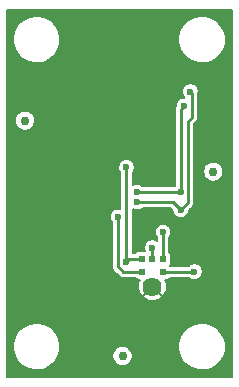
<source format=gbr>
G04 #@! TF.FileFunction,Copper,L2,Bot,Signal*
%FSLAX46Y46*%
G04 Gerber Fmt 4.6, Leading zero omitted, Abs format (unit mm)*
G04 Created by KiCad (PCBNEW 4.0.7) date Wednesday, June 27, 2018 'PMt' 02:03:12 PM*
%MOMM*%
%LPD*%
G01*
G04 APERTURE LIST*
%ADD10C,0.100000*%
%ADD11C,0.750000*%
%ADD12R,0.600000X0.522000*%
%ADD13C,1.624000*%
%ADD14C,0.600000*%
%ADD15C,0.250000*%
%ADD16C,0.203200*%
G04 APERTURE END LIST*
D10*
D11*
X230266240Y-129788920D03*
X221996000Y-109855000D03*
X237947200Y-114173000D03*
D12*
X231900000Y-122648000D03*
X231900000Y-121565000D03*
X233700000Y-122648000D03*
X233700000Y-121565000D03*
D13*
X232800000Y-123900000D03*
D12*
X232800000Y-121565000D03*
D14*
X228500000Y-127850000D03*
X229500000Y-127850000D03*
X229500000Y-127000000D03*
X228500000Y-127000000D03*
X226550000Y-110500000D03*
X226550000Y-109800000D03*
X225850000Y-109800000D03*
X225850000Y-110500000D03*
X230600000Y-121800000D03*
X230600000Y-113800000D03*
X236350000Y-122650000D03*
X232800000Y-120600000D03*
X231500000Y-115900000D03*
X235500000Y-108600000D03*
X235200000Y-115900000D03*
X231500000Y-116750000D03*
X236000000Y-107400000D03*
X235200000Y-117400000D03*
X229900000Y-118000000D03*
X233700000Y-119300000D03*
D15*
X228500000Y-127000000D02*
X228500000Y-127850000D01*
X229500000Y-127000000D02*
X229500000Y-127850000D01*
X228500000Y-127000000D02*
X229500000Y-127000000D01*
X229500000Y-127850000D02*
X228500000Y-127850000D01*
X226550000Y-109800000D02*
X226550000Y-110500000D01*
X225850000Y-110500000D02*
X225850000Y-109800000D01*
X231900000Y-121565000D02*
X230835000Y-121565000D01*
X230835000Y-121565000D02*
X230600000Y-121800000D01*
X230600000Y-118225002D02*
X230600000Y-121800000D01*
X230600000Y-118225002D02*
X230600000Y-113800000D01*
X236350000Y-122650000D02*
X233702000Y-122650000D01*
X233702000Y-122650000D02*
X233700000Y-122648000D01*
X232800000Y-121565000D02*
X232800000Y-120600000D01*
X234600000Y-115900000D02*
X231500000Y-115900000D01*
X235200000Y-115900000D02*
X235200000Y-108900000D01*
X235200000Y-108900000D02*
X235500000Y-108600000D01*
X234600000Y-115900000D02*
X235200000Y-115900000D01*
X231500000Y-116750000D02*
X234550000Y-116750000D01*
X234550000Y-116750000D02*
X235200000Y-117400000D01*
X235825001Y-109925001D02*
X236125001Y-109625001D01*
X236125001Y-109625001D02*
X236125001Y-107525001D01*
X236125001Y-107525001D02*
X236000000Y-107400000D01*
X235200000Y-117400000D02*
X235825001Y-116774999D01*
X235825001Y-116774999D02*
X235825001Y-109925001D01*
X231900000Y-122648000D02*
X230322998Y-122648000D01*
X230322998Y-122648000D02*
X229874999Y-122200001D01*
X229874999Y-122200001D02*
X229874999Y-118025001D01*
X229874999Y-118025001D02*
X229900000Y-118000000D01*
X233700000Y-121565000D02*
X233700000Y-119300000D01*
D16*
G36*
X239523400Y-131523400D02*
X220476600Y-131523400D01*
X220476600Y-129168300D01*
X220995769Y-129168300D01*
X221066629Y-129554385D01*
X221211130Y-129919354D01*
X221423769Y-130249305D01*
X221696446Y-130531671D01*
X222018775Y-130755695D01*
X222378479Y-130912846D01*
X222761856Y-130997137D01*
X223154304Y-131005357D01*
X223540874Y-130937194D01*
X223906843Y-130795244D01*
X224238271Y-130584914D01*
X224522533Y-130314215D01*
X224748802Y-129993458D01*
X224807987Y-129860525D01*
X229413520Y-129860525D01*
X229443668Y-130024789D01*
X229505148Y-130180068D01*
X229595617Y-130320449D01*
X229711630Y-130440584D01*
X229848768Y-130535898D01*
X230001808Y-130602759D01*
X230164919Y-130638621D01*
X230331890Y-130642119D01*
X230496360Y-130613118D01*
X230652065Y-130552724D01*
X230793074Y-130463237D01*
X230914017Y-130348066D01*
X231010285Y-130211596D01*
X231078213Y-130059028D01*
X231115213Y-129896170D01*
X231117877Y-129705416D01*
X231085438Y-129541589D01*
X231021797Y-129387183D01*
X230929376Y-129248079D01*
X230850152Y-129168300D01*
X234995769Y-129168300D01*
X235066629Y-129554385D01*
X235211130Y-129919354D01*
X235423769Y-130249305D01*
X235696446Y-130531671D01*
X236018775Y-130755695D01*
X236378479Y-130912846D01*
X236761856Y-130997137D01*
X237154304Y-131005357D01*
X237540874Y-130937194D01*
X237906843Y-130795244D01*
X238238271Y-130584914D01*
X238522533Y-130314215D01*
X238748802Y-129993458D01*
X238908460Y-129634860D01*
X238995425Y-129252081D01*
X239001686Y-128803733D01*
X238925442Y-128418675D01*
X238775859Y-128055759D01*
X238558634Y-127728809D01*
X238282041Y-127450278D01*
X237956616Y-127230776D01*
X237594753Y-127078663D01*
X237210237Y-126999733D01*
X236817712Y-126996993D01*
X236432131Y-127070546D01*
X236068180Y-127217592D01*
X235739721Y-127432529D01*
X235459266Y-127707171D01*
X235237498Y-128031056D01*
X235082862Y-128391848D01*
X235001249Y-128775804D01*
X234995769Y-129168300D01*
X230850152Y-129168300D01*
X230811697Y-129129576D01*
X230673242Y-129036186D01*
X230519284Y-128971468D01*
X230355687Y-128937887D01*
X230188684Y-128936721D01*
X230024634Y-128968015D01*
X229869788Y-129030577D01*
X229730042Y-129122024D01*
X229610720Y-129238873D01*
X229516366Y-129376673D01*
X229450575Y-129530176D01*
X229415852Y-129693534D01*
X229413520Y-129860525D01*
X224807987Y-129860525D01*
X224908460Y-129634860D01*
X224995425Y-129252081D01*
X225001686Y-128803733D01*
X224925442Y-128418675D01*
X224775859Y-128055759D01*
X224558634Y-127728809D01*
X224282041Y-127450278D01*
X223956616Y-127230776D01*
X223594753Y-127078663D01*
X223210237Y-126999733D01*
X222817712Y-126996993D01*
X222432131Y-127070546D01*
X222068180Y-127217592D01*
X221739721Y-127432529D01*
X221459266Y-127707171D01*
X221237498Y-128031056D01*
X221082862Y-128391848D01*
X221001249Y-128775804D01*
X220995769Y-129168300D01*
X220476600Y-129168300D01*
X220476600Y-124709060D01*
X232026861Y-124709060D01*
X232103917Y-124901289D01*
X232312634Y-125017848D01*
X232540080Y-125091449D01*
X232777515Y-125119264D01*
X233015813Y-125100222D01*
X233245818Y-125035056D01*
X233458690Y-124926271D01*
X233496083Y-124901289D01*
X233573139Y-124709060D01*
X232800000Y-123935921D01*
X232026861Y-124709060D01*
X220476600Y-124709060D01*
X220476600Y-118058992D01*
X229197478Y-118058992D01*
X229222315Y-118194323D01*
X229272966Y-118322252D01*
X229347500Y-118437906D01*
X229348399Y-118438837D01*
X229348399Y-122200001D01*
X229353145Y-122248404D01*
X229357385Y-122296870D01*
X229358158Y-122299530D01*
X229358428Y-122302285D01*
X229372483Y-122348836D01*
X229386058Y-122395563D01*
X229387333Y-122398022D01*
X229388133Y-122400673D01*
X229410962Y-122443608D01*
X229433355Y-122486808D01*
X229435084Y-122488974D01*
X229436383Y-122491417D01*
X229467096Y-122529075D01*
X229497474Y-122567129D01*
X229501274Y-122570981D01*
X229501339Y-122571061D01*
X229501413Y-122571122D01*
X229502637Y-122572363D01*
X229950635Y-123020362D01*
X229988191Y-123051210D01*
X230025486Y-123082505D01*
X230027917Y-123083841D01*
X230030053Y-123085596D01*
X230072887Y-123108564D01*
X230115548Y-123132017D01*
X230118187Y-123132854D01*
X230120628Y-123134163D01*
X230167099Y-123148370D01*
X230213512Y-123163093D01*
X230216270Y-123163402D01*
X230218912Y-123164210D01*
X230267199Y-123169115D01*
X230315646Y-123174549D01*
X230321066Y-123174587D01*
X230321159Y-123174596D01*
X230321245Y-123174588D01*
X230322998Y-123174600D01*
X231296547Y-123174600D01*
X231297630Y-123176244D01*
X231384053Y-123249902D01*
X231487576Y-123296566D01*
X231600000Y-123312543D01*
X231738048Y-123312543D01*
X231682152Y-123412634D01*
X231608551Y-123640080D01*
X231580736Y-123877515D01*
X231599778Y-124115813D01*
X231664944Y-124345818D01*
X231773729Y-124558690D01*
X231798711Y-124596083D01*
X231990940Y-124673139D01*
X232764079Y-123900000D01*
X232749937Y-123885858D01*
X232785858Y-123849937D01*
X232800000Y-123864079D01*
X232814143Y-123849937D01*
X232850064Y-123885858D01*
X232835921Y-123900000D01*
X233609060Y-124673139D01*
X233801289Y-124596083D01*
X233917848Y-124387366D01*
X233991449Y-124159920D01*
X234019264Y-123922485D01*
X234000222Y-123684187D01*
X233935056Y-123454182D01*
X233862674Y-123312543D01*
X234000000Y-123312543D01*
X234063953Y-123307443D01*
X234172425Y-123273851D01*
X234267244Y-123211370D01*
X234296878Y-123176600D01*
X235883151Y-123176600D01*
X235893079Y-123186881D01*
X236006061Y-123265406D01*
X236132145Y-123320490D01*
X236266526Y-123350036D01*
X236404087Y-123352917D01*
X236539587Y-123329025D01*
X236667866Y-123279269D01*
X236784038Y-123205544D01*
X236883678Y-123110658D01*
X236962990Y-122998227D01*
X237018953Y-122872531D01*
X237049436Y-122738359D01*
X237051630Y-122581205D01*
X237024905Y-122446234D01*
X236972474Y-122319025D01*
X236896332Y-122204423D01*
X236799381Y-122106792D01*
X236685313Y-122029852D01*
X236558473Y-121976534D01*
X236423692Y-121948867D01*
X236286104Y-121947906D01*
X236150951Y-121973688D01*
X236023379Y-122025231D01*
X235908247Y-122100571D01*
X235884935Y-122123400D01*
X234304771Y-122123400D01*
X234302370Y-122119756D01*
X234286276Y-122106039D01*
X234340902Y-122041947D01*
X234387566Y-121938424D01*
X234403543Y-121826000D01*
X234403543Y-121304000D01*
X234398443Y-121240047D01*
X234364851Y-121131575D01*
X234302370Y-121036756D01*
X234226600Y-120972178D01*
X234226600Y-119767398D01*
X234233678Y-119760658D01*
X234312990Y-119648227D01*
X234368953Y-119522531D01*
X234399436Y-119388359D01*
X234401630Y-119231205D01*
X234374905Y-119096234D01*
X234322474Y-118969025D01*
X234246332Y-118854423D01*
X234149381Y-118756792D01*
X234035313Y-118679852D01*
X233908473Y-118626534D01*
X233773692Y-118598867D01*
X233636104Y-118597906D01*
X233500951Y-118623688D01*
X233373379Y-118675231D01*
X233258247Y-118750571D01*
X233159942Y-118846838D01*
X233082208Y-118960366D01*
X233028005Y-119086831D01*
X232999399Y-119221415D01*
X232997478Y-119358992D01*
X233022315Y-119494323D01*
X233072966Y-119622252D01*
X233147500Y-119737906D01*
X233173400Y-119764726D01*
X233173400Y-120005542D01*
X233135313Y-119979852D01*
X233008473Y-119926534D01*
X232873692Y-119898867D01*
X232736104Y-119897906D01*
X232600951Y-119923688D01*
X232473379Y-119975231D01*
X232358247Y-120050571D01*
X232259942Y-120146838D01*
X232182208Y-120260366D01*
X232128005Y-120386831D01*
X232099399Y-120521415D01*
X232097478Y-120658992D01*
X232122315Y-120794323D01*
X232164337Y-120900457D01*
X231600000Y-120900457D01*
X231536047Y-120905557D01*
X231427575Y-120939149D01*
X231332756Y-121001630D01*
X231301417Y-121038400D01*
X231126600Y-121038400D01*
X231126600Y-117344930D01*
X231156061Y-117365406D01*
X231282145Y-117420490D01*
X231416526Y-117450036D01*
X231554087Y-117452917D01*
X231689587Y-117429025D01*
X231817866Y-117379269D01*
X231934038Y-117305544D01*
X231964432Y-117276600D01*
X234331876Y-117276600D01*
X234497709Y-117442434D01*
X234497478Y-117458992D01*
X234522315Y-117594323D01*
X234572966Y-117722252D01*
X234647500Y-117837906D01*
X234743079Y-117936881D01*
X234856061Y-118015406D01*
X234982145Y-118070490D01*
X235116526Y-118100036D01*
X235254087Y-118102917D01*
X235389587Y-118079025D01*
X235517866Y-118029269D01*
X235634038Y-117955544D01*
X235733678Y-117860658D01*
X235812990Y-117748227D01*
X235868953Y-117622531D01*
X235899436Y-117488359D01*
X235900046Y-117444679D01*
X236197364Y-117147361D01*
X236228238Y-117109774D01*
X236259506Y-117072511D01*
X236260840Y-117070084D01*
X236262598Y-117067944D01*
X236285586Y-117025071D01*
X236309018Y-116982449D01*
X236309855Y-116979810D01*
X236311164Y-116977369D01*
X236325384Y-116930857D01*
X236340094Y-116884485D01*
X236340403Y-116881732D01*
X236341212Y-116879085D01*
X236346126Y-116830708D01*
X236351550Y-116782351D01*
X236351588Y-116776940D01*
X236351598Y-116776837D01*
X236351589Y-116776741D01*
X236351601Y-116774999D01*
X236351601Y-114244605D01*
X237094480Y-114244605D01*
X237124628Y-114408869D01*
X237186108Y-114564148D01*
X237276577Y-114704529D01*
X237392590Y-114824664D01*
X237529728Y-114919978D01*
X237682768Y-114986839D01*
X237845879Y-115022701D01*
X238012850Y-115026199D01*
X238177320Y-114997198D01*
X238333025Y-114936804D01*
X238474034Y-114847317D01*
X238594977Y-114732146D01*
X238691245Y-114595676D01*
X238759173Y-114443108D01*
X238796173Y-114280250D01*
X238798837Y-114089496D01*
X238766398Y-113925669D01*
X238702757Y-113771263D01*
X238610336Y-113632159D01*
X238492657Y-113513656D01*
X238354202Y-113420266D01*
X238200244Y-113355548D01*
X238036647Y-113321967D01*
X237869644Y-113320801D01*
X237705594Y-113352095D01*
X237550748Y-113414657D01*
X237411002Y-113506104D01*
X237291680Y-113622953D01*
X237197326Y-113760753D01*
X237131535Y-113914256D01*
X237096812Y-114077614D01*
X237094480Y-114244605D01*
X236351601Y-114244605D01*
X236351601Y-110143125D01*
X236497363Y-109997363D01*
X236528213Y-109959806D01*
X236559506Y-109922513D01*
X236560840Y-109920086D01*
X236562598Y-109917946D01*
X236585586Y-109875073D01*
X236609018Y-109832451D01*
X236609855Y-109829812D01*
X236611164Y-109827371D01*
X236625384Y-109780859D01*
X236640094Y-109734487D01*
X236640403Y-109731734D01*
X236641212Y-109729087D01*
X236646126Y-109680706D01*
X236651550Y-109632353D01*
X236651588Y-109626943D01*
X236651598Y-109626840D01*
X236651589Y-109626744D01*
X236651601Y-109625001D01*
X236651601Y-107661505D01*
X236668953Y-107622531D01*
X236699436Y-107488359D01*
X236701630Y-107331205D01*
X236674905Y-107196234D01*
X236622474Y-107069025D01*
X236546332Y-106954423D01*
X236449381Y-106856792D01*
X236335313Y-106779852D01*
X236208473Y-106726534D01*
X236073692Y-106698867D01*
X235936104Y-106697906D01*
X235800951Y-106723688D01*
X235673379Y-106775231D01*
X235558247Y-106850571D01*
X235459942Y-106946838D01*
X235382208Y-107060366D01*
X235328005Y-107186831D01*
X235299399Y-107321415D01*
X235297478Y-107458992D01*
X235322315Y-107594323D01*
X235372966Y-107722252D01*
X235447500Y-107837906D01*
X235505912Y-107898394D01*
X235436104Y-107897906D01*
X235300951Y-107923688D01*
X235173379Y-107975231D01*
X235058247Y-108050571D01*
X234959942Y-108146838D01*
X234882208Y-108260366D01*
X234828005Y-108386831D01*
X234799399Y-108521415D01*
X234798822Y-108562718D01*
X234796788Y-108565195D01*
X234765495Y-108602488D01*
X234764161Y-108604915D01*
X234762403Y-108607055D01*
X234739415Y-108649928D01*
X234715983Y-108692550D01*
X234715146Y-108695189D01*
X234713837Y-108697630D01*
X234699617Y-108744142D01*
X234684907Y-108790514D01*
X234684598Y-108793267D01*
X234683789Y-108795914D01*
X234678875Y-108844291D01*
X234673451Y-108892648D01*
X234673413Y-108898059D01*
X234673403Y-108898162D01*
X234673412Y-108898258D01*
X234673400Y-108900000D01*
X234673400Y-115373400D01*
X231965873Y-115373400D01*
X231949381Y-115356792D01*
X231835313Y-115279852D01*
X231708473Y-115226534D01*
X231573692Y-115198867D01*
X231436104Y-115197906D01*
X231300951Y-115223688D01*
X231173379Y-115275231D01*
X231126600Y-115305842D01*
X231126600Y-114267398D01*
X231133678Y-114260658D01*
X231212990Y-114148227D01*
X231268953Y-114022531D01*
X231299436Y-113888359D01*
X231301630Y-113731205D01*
X231274905Y-113596234D01*
X231222474Y-113469025D01*
X231146332Y-113354423D01*
X231049381Y-113256792D01*
X230935313Y-113179852D01*
X230808473Y-113126534D01*
X230673692Y-113098867D01*
X230536104Y-113097906D01*
X230400951Y-113123688D01*
X230273379Y-113175231D01*
X230158247Y-113250571D01*
X230059942Y-113346838D01*
X229982208Y-113460366D01*
X229928005Y-113586831D01*
X229899399Y-113721415D01*
X229897478Y-113858992D01*
X229922315Y-113994323D01*
X229972966Y-114122252D01*
X230047500Y-114237906D01*
X230073400Y-114264726D01*
X230073400Y-117319334D01*
X229973692Y-117298867D01*
X229836104Y-117297906D01*
X229700951Y-117323688D01*
X229573379Y-117375231D01*
X229458247Y-117450571D01*
X229359942Y-117546838D01*
X229282208Y-117660366D01*
X229228005Y-117786831D01*
X229199399Y-117921415D01*
X229197478Y-118058992D01*
X220476600Y-118058992D01*
X220476600Y-109926605D01*
X221143280Y-109926605D01*
X221173428Y-110090869D01*
X221234908Y-110246148D01*
X221325377Y-110386529D01*
X221441390Y-110506664D01*
X221578528Y-110601978D01*
X221731568Y-110668839D01*
X221894679Y-110704701D01*
X222061650Y-110708199D01*
X222226120Y-110679198D01*
X222381825Y-110618804D01*
X222522834Y-110529317D01*
X222643777Y-110414146D01*
X222740045Y-110277676D01*
X222807973Y-110125108D01*
X222844973Y-109962250D01*
X222847637Y-109771496D01*
X222815198Y-109607669D01*
X222751557Y-109453263D01*
X222659136Y-109314159D01*
X222541457Y-109195656D01*
X222403002Y-109102266D01*
X222249044Y-109037548D01*
X222085447Y-109003967D01*
X221918444Y-109002801D01*
X221754394Y-109034095D01*
X221599548Y-109096657D01*
X221459802Y-109188104D01*
X221340480Y-109304953D01*
X221246126Y-109442753D01*
X221180335Y-109596256D01*
X221145612Y-109759614D01*
X221143280Y-109926605D01*
X220476600Y-109926605D01*
X220476600Y-103168300D01*
X220995769Y-103168300D01*
X221066629Y-103554385D01*
X221211130Y-103919354D01*
X221423769Y-104249305D01*
X221696446Y-104531671D01*
X222018775Y-104755695D01*
X222378479Y-104912846D01*
X222761856Y-104997137D01*
X223154304Y-105005357D01*
X223540874Y-104937194D01*
X223906843Y-104795244D01*
X224238271Y-104584914D01*
X224522533Y-104314215D01*
X224748802Y-103993458D01*
X224908460Y-103634860D01*
X224995425Y-103252081D01*
X224996594Y-103168300D01*
X234995769Y-103168300D01*
X235066629Y-103554385D01*
X235211130Y-103919354D01*
X235423769Y-104249305D01*
X235696446Y-104531671D01*
X236018775Y-104755695D01*
X236378479Y-104912846D01*
X236761856Y-104997137D01*
X237154304Y-105005357D01*
X237540874Y-104937194D01*
X237906843Y-104795244D01*
X238238271Y-104584914D01*
X238522533Y-104314215D01*
X238748802Y-103993458D01*
X238908460Y-103634860D01*
X238995425Y-103252081D01*
X239001686Y-102803733D01*
X238925442Y-102418675D01*
X238775859Y-102055759D01*
X238558634Y-101728809D01*
X238282041Y-101450278D01*
X237956616Y-101230776D01*
X237594753Y-101078663D01*
X237210237Y-100999733D01*
X236817712Y-100996993D01*
X236432131Y-101070546D01*
X236068180Y-101217592D01*
X235739721Y-101432529D01*
X235459266Y-101707171D01*
X235237498Y-102031056D01*
X235082862Y-102391848D01*
X235001249Y-102775804D01*
X234995769Y-103168300D01*
X224996594Y-103168300D01*
X225001686Y-102803733D01*
X224925442Y-102418675D01*
X224775859Y-102055759D01*
X224558634Y-101728809D01*
X224282041Y-101450278D01*
X223956616Y-101230776D01*
X223594753Y-101078663D01*
X223210237Y-100999733D01*
X222817712Y-100996993D01*
X222432131Y-101070546D01*
X222068180Y-101217592D01*
X221739721Y-101432529D01*
X221459266Y-101707171D01*
X221237498Y-102031056D01*
X221082862Y-102391848D01*
X221001249Y-102775804D01*
X220995769Y-103168300D01*
X220476600Y-103168300D01*
X220476600Y-100476600D01*
X239523400Y-100476600D01*
X239523400Y-131523400D01*
X239523400Y-131523400D01*
G37*
X239523400Y-131523400D02*
X220476600Y-131523400D01*
X220476600Y-129168300D01*
X220995769Y-129168300D01*
X221066629Y-129554385D01*
X221211130Y-129919354D01*
X221423769Y-130249305D01*
X221696446Y-130531671D01*
X222018775Y-130755695D01*
X222378479Y-130912846D01*
X222761856Y-130997137D01*
X223154304Y-131005357D01*
X223540874Y-130937194D01*
X223906843Y-130795244D01*
X224238271Y-130584914D01*
X224522533Y-130314215D01*
X224748802Y-129993458D01*
X224807987Y-129860525D01*
X229413520Y-129860525D01*
X229443668Y-130024789D01*
X229505148Y-130180068D01*
X229595617Y-130320449D01*
X229711630Y-130440584D01*
X229848768Y-130535898D01*
X230001808Y-130602759D01*
X230164919Y-130638621D01*
X230331890Y-130642119D01*
X230496360Y-130613118D01*
X230652065Y-130552724D01*
X230793074Y-130463237D01*
X230914017Y-130348066D01*
X231010285Y-130211596D01*
X231078213Y-130059028D01*
X231115213Y-129896170D01*
X231117877Y-129705416D01*
X231085438Y-129541589D01*
X231021797Y-129387183D01*
X230929376Y-129248079D01*
X230850152Y-129168300D01*
X234995769Y-129168300D01*
X235066629Y-129554385D01*
X235211130Y-129919354D01*
X235423769Y-130249305D01*
X235696446Y-130531671D01*
X236018775Y-130755695D01*
X236378479Y-130912846D01*
X236761856Y-130997137D01*
X237154304Y-131005357D01*
X237540874Y-130937194D01*
X237906843Y-130795244D01*
X238238271Y-130584914D01*
X238522533Y-130314215D01*
X238748802Y-129993458D01*
X238908460Y-129634860D01*
X238995425Y-129252081D01*
X239001686Y-128803733D01*
X238925442Y-128418675D01*
X238775859Y-128055759D01*
X238558634Y-127728809D01*
X238282041Y-127450278D01*
X237956616Y-127230776D01*
X237594753Y-127078663D01*
X237210237Y-126999733D01*
X236817712Y-126996993D01*
X236432131Y-127070546D01*
X236068180Y-127217592D01*
X235739721Y-127432529D01*
X235459266Y-127707171D01*
X235237498Y-128031056D01*
X235082862Y-128391848D01*
X235001249Y-128775804D01*
X234995769Y-129168300D01*
X230850152Y-129168300D01*
X230811697Y-129129576D01*
X230673242Y-129036186D01*
X230519284Y-128971468D01*
X230355687Y-128937887D01*
X230188684Y-128936721D01*
X230024634Y-128968015D01*
X229869788Y-129030577D01*
X229730042Y-129122024D01*
X229610720Y-129238873D01*
X229516366Y-129376673D01*
X229450575Y-129530176D01*
X229415852Y-129693534D01*
X229413520Y-129860525D01*
X224807987Y-129860525D01*
X224908460Y-129634860D01*
X224995425Y-129252081D01*
X225001686Y-128803733D01*
X224925442Y-128418675D01*
X224775859Y-128055759D01*
X224558634Y-127728809D01*
X224282041Y-127450278D01*
X223956616Y-127230776D01*
X223594753Y-127078663D01*
X223210237Y-126999733D01*
X222817712Y-126996993D01*
X222432131Y-127070546D01*
X222068180Y-127217592D01*
X221739721Y-127432529D01*
X221459266Y-127707171D01*
X221237498Y-128031056D01*
X221082862Y-128391848D01*
X221001249Y-128775804D01*
X220995769Y-129168300D01*
X220476600Y-129168300D01*
X220476600Y-124709060D01*
X232026861Y-124709060D01*
X232103917Y-124901289D01*
X232312634Y-125017848D01*
X232540080Y-125091449D01*
X232777515Y-125119264D01*
X233015813Y-125100222D01*
X233245818Y-125035056D01*
X233458690Y-124926271D01*
X233496083Y-124901289D01*
X233573139Y-124709060D01*
X232800000Y-123935921D01*
X232026861Y-124709060D01*
X220476600Y-124709060D01*
X220476600Y-118058992D01*
X229197478Y-118058992D01*
X229222315Y-118194323D01*
X229272966Y-118322252D01*
X229347500Y-118437906D01*
X229348399Y-118438837D01*
X229348399Y-122200001D01*
X229353145Y-122248404D01*
X229357385Y-122296870D01*
X229358158Y-122299530D01*
X229358428Y-122302285D01*
X229372483Y-122348836D01*
X229386058Y-122395563D01*
X229387333Y-122398022D01*
X229388133Y-122400673D01*
X229410962Y-122443608D01*
X229433355Y-122486808D01*
X229435084Y-122488974D01*
X229436383Y-122491417D01*
X229467096Y-122529075D01*
X229497474Y-122567129D01*
X229501274Y-122570981D01*
X229501339Y-122571061D01*
X229501413Y-122571122D01*
X229502637Y-122572363D01*
X229950635Y-123020362D01*
X229988191Y-123051210D01*
X230025486Y-123082505D01*
X230027917Y-123083841D01*
X230030053Y-123085596D01*
X230072887Y-123108564D01*
X230115548Y-123132017D01*
X230118187Y-123132854D01*
X230120628Y-123134163D01*
X230167099Y-123148370D01*
X230213512Y-123163093D01*
X230216270Y-123163402D01*
X230218912Y-123164210D01*
X230267199Y-123169115D01*
X230315646Y-123174549D01*
X230321066Y-123174587D01*
X230321159Y-123174596D01*
X230321245Y-123174588D01*
X230322998Y-123174600D01*
X231296547Y-123174600D01*
X231297630Y-123176244D01*
X231384053Y-123249902D01*
X231487576Y-123296566D01*
X231600000Y-123312543D01*
X231738048Y-123312543D01*
X231682152Y-123412634D01*
X231608551Y-123640080D01*
X231580736Y-123877515D01*
X231599778Y-124115813D01*
X231664944Y-124345818D01*
X231773729Y-124558690D01*
X231798711Y-124596083D01*
X231990940Y-124673139D01*
X232764079Y-123900000D01*
X232749937Y-123885858D01*
X232785858Y-123849937D01*
X232800000Y-123864079D01*
X232814143Y-123849937D01*
X232850064Y-123885858D01*
X232835921Y-123900000D01*
X233609060Y-124673139D01*
X233801289Y-124596083D01*
X233917848Y-124387366D01*
X233991449Y-124159920D01*
X234019264Y-123922485D01*
X234000222Y-123684187D01*
X233935056Y-123454182D01*
X233862674Y-123312543D01*
X234000000Y-123312543D01*
X234063953Y-123307443D01*
X234172425Y-123273851D01*
X234267244Y-123211370D01*
X234296878Y-123176600D01*
X235883151Y-123176600D01*
X235893079Y-123186881D01*
X236006061Y-123265406D01*
X236132145Y-123320490D01*
X236266526Y-123350036D01*
X236404087Y-123352917D01*
X236539587Y-123329025D01*
X236667866Y-123279269D01*
X236784038Y-123205544D01*
X236883678Y-123110658D01*
X236962990Y-122998227D01*
X237018953Y-122872531D01*
X237049436Y-122738359D01*
X237051630Y-122581205D01*
X237024905Y-122446234D01*
X236972474Y-122319025D01*
X236896332Y-122204423D01*
X236799381Y-122106792D01*
X236685313Y-122029852D01*
X236558473Y-121976534D01*
X236423692Y-121948867D01*
X236286104Y-121947906D01*
X236150951Y-121973688D01*
X236023379Y-122025231D01*
X235908247Y-122100571D01*
X235884935Y-122123400D01*
X234304771Y-122123400D01*
X234302370Y-122119756D01*
X234286276Y-122106039D01*
X234340902Y-122041947D01*
X234387566Y-121938424D01*
X234403543Y-121826000D01*
X234403543Y-121304000D01*
X234398443Y-121240047D01*
X234364851Y-121131575D01*
X234302370Y-121036756D01*
X234226600Y-120972178D01*
X234226600Y-119767398D01*
X234233678Y-119760658D01*
X234312990Y-119648227D01*
X234368953Y-119522531D01*
X234399436Y-119388359D01*
X234401630Y-119231205D01*
X234374905Y-119096234D01*
X234322474Y-118969025D01*
X234246332Y-118854423D01*
X234149381Y-118756792D01*
X234035313Y-118679852D01*
X233908473Y-118626534D01*
X233773692Y-118598867D01*
X233636104Y-118597906D01*
X233500951Y-118623688D01*
X233373379Y-118675231D01*
X233258247Y-118750571D01*
X233159942Y-118846838D01*
X233082208Y-118960366D01*
X233028005Y-119086831D01*
X232999399Y-119221415D01*
X232997478Y-119358992D01*
X233022315Y-119494323D01*
X233072966Y-119622252D01*
X233147500Y-119737906D01*
X233173400Y-119764726D01*
X233173400Y-120005542D01*
X233135313Y-119979852D01*
X233008473Y-119926534D01*
X232873692Y-119898867D01*
X232736104Y-119897906D01*
X232600951Y-119923688D01*
X232473379Y-119975231D01*
X232358247Y-120050571D01*
X232259942Y-120146838D01*
X232182208Y-120260366D01*
X232128005Y-120386831D01*
X232099399Y-120521415D01*
X232097478Y-120658992D01*
X232122315Y-120794323D01*
X232164337Y-120900457D01*
X231600000Y-120900457D01*
X231536047Y-120905557D01*
X231427575Y-120939149D01*
X231332756Y-121001630D01*
X231301417Y-121038400D01*
X231126600Y-121038400D01*
X231126600Y-117344930D01*
X231156061Y-117365406D01*
X231282145Y-117420490D01*
X231416526Y-117450036D01*
X231554087Y-117452917D01*
X231689587Y-117429025D01*
X231817866Y-117379269D01*
X231934038Y-117305544D01*
X231964432Y-117276600D01*
X234331876Y-117276600D01*
X234497709Y-117442434D01*
X234497478Y-117458992D01*
X234522315Y-117594323D01*
X234572966Y-117722252D01*
X234647500Y-117837906D01*
X234743079Y-117936881D01*
X234856061Y-118015406D01*
X234982145Y-118070490D01*
X235116526Y-118100036D01*
X235254087Y-118102917D01*
X235389587Y-118079025D01*
X235517866Y-118029269D01*
X235634038Y-117955544D01*
X235733678Y-117860658D01*
X235812990Y-117748227D01*
X235868953Y-117622531D01*
X235899436Y-117488359D01*
X235900046Y-117444679D01*
X236197364Y-117147361D01*
X236228238Y-117109774D01*
X236259506Y-117072511D01*
X236260840Y-117070084D01*
X236262598Y-117067944D01*
X236285586Y-117025071D01*
X236309018Y-116982449D01*
X236309855Y-116979810D01*
X236311164Y-116977369D01*
X236325384Y-116930857D01*
X236340094Y-116884485D01*
X236340403Y-116881732D01*
X236341212Y-116879085D01*
X236346126Y-116830708D01*
X236351550Y-116782351D01*
X236351588Y-116776940D01*
X236351598Y-116776837D01*
X236351589Y-116776741D01*
X236351601Y-116774999D01*
X236351601Y-114244605D01*
X237094480Y-114244605D01*
X237124628Y-114408869D01*
X237186108Y-114564148D01*
X237276577Y-114704529D01*
X237392590Y-114824664D01*
X237529728Y-114919978D01*
X237682768Y-114986839D01*
X237845879Y-115022701D01*
X238012850Y-115026199D01*
X238177320Y-114997198D01*
X238333025Y-114936804D01*
X238474034Y-114847317D01*
X238594977Y-114732146D01*
X238691245Y-114595676D01*
X238759173Y-114443108D01*
X238796173Y-114280250D01*
X238798837Y-114089496D01*
X238766398Y-113925669D01*
X238702757Y-113771263D01*
X238610336Y-113632159D01*
X238492657Y-113513656D01*
X238354202Y-113420266D01*
X238200244Y-113355548D01*
X238036647Y-113321967D01*
X237869644Y-113320801D01*
X237705594Y-113352095D01*
X237550748Y-113414657D01*
X237411002Y-113506104D01*
X237291680Y-113622953D01*
X237197326Y-113760753D01*
X237131535Y-113914256D01*
X237096812Y-114077614D01*
X237094480Y-114244605D01*
X236351601Y-114244605D01*
X236351601Y-110143125D01*
X236497363Y-109997363D01*
X236528213Y-109959806D01*
X236559506Y-109922513D01*
X236560840Y-109920086D01*
X236562598Y-109917946D01*
X236585586Y-109875073D01*
X236609018Y-109832451D01*
X236609855Y-109829812D01*
X236611164Y-109827371D01*
X236625384Y-109780859D01*
X236640094Y-109734487D01*
X236640403Y-109731734D01*
X236641212Y-109729087D01*
X236646126Y-109680706D01*
X236651550Y-109632353D01*
X236651588Y-109626943D01*
X236651598Y-109626840D01*
X236651589Y-109626744D01*
X236651601Y-109625001D01*
X236651601Y-107661505D01*
X236668953Y-107622531D01*
X236699436Y-107488359D01*
X236701630Y-107331205D01*
X236674905Y-107196234D01*
X236622474Y-107069025D01*
X236546332Y-106954423D01*
X236449381Y-106856792D01*
X236335313Y-106779852D01*
X236208473Y-106726534D01*
X236073692Y-106698867D01*
X235936104Y-106697906D01*
X235800951Y-106723688D01*
X235673379Y-106775231D01*
X235558247Y-106850571D01*
X235459942Y-106946838D01*
X235382208Y-107060366D01*
X235328005Y-107186831D01*
X235299399Y-107321415D01*
X235297478Y-107458992D01*
X235322315Y-107594323D01*
X235372966Y-107722252D01*
X235447500Y-107837906D01*
X235505912Y-107898394D01*
X235436104Y-107897906D01*
X235300951Y-107923688D01*
X235173379Y-107975231D01*
X235058247Y-108050571D01*
X234959942Y-108146838D01*
X234882208Y-108260366D01*
X234828005Y-108386831D01*
X234799399Y-108521415D01*
X234798822Y-108562718D01*
X234796788Y-108565195D01*
X234765495Y-108602488D01*
X234764161Y-108604915D01*
X234762403Y-108607055D01*
X234739415Y-108649928D01*
X234715983Y-108692550D01*
X234715146Y-108695189D01*
X234713837Y-108697630D01*
X234699617Y-108744142D01*
X234684907Y-108790514D01*
X234684598Y-108793267D01*
X234683789Y-108795914D01*
X234678875Y-108844291D01*
X234673451Y-108892648D01*
X234673413Y-108898059D01*
X234673403Y-108898162D01*
X234673412Y-108898258D01*
X234673400Y-108900000D01*
X234673400Y-115373400D01*
X231965873Y-115373400D01*
X231949381Y-115356792D01*
X231835313Y-115279852D01*
X231708473Y-115226534D01*
X231573692Y-115198867D01*
X231436104Y-115197906D01*
X231300951Y-115223688D01*
X231173379Y-115275231D01*
X231126600Y-115305842D01*
X231126600Y-114267398D01*
X231133678Y-114260658D01*
X231212990Y-114148227D01*
X231268953Y-114022531D01*
X231299436Y-113888359D01*
X231301630Y-113731205D01*
X231274905Y-113596234D01*
X231222474Y-113469025D01*
X231146332Y-113354423D01*
X231049381Y-113256792D01*
X230935313Y-113179852D01*
X230808473Y-113126534D01*
X230673692Y-113098867D01*
X230536104Y-113097906D01*
X230400951Y-113123688D01*
X230273379Y-113175231D01*
X230158247Y-113250571D01*
X230059942Y-113346838D01*
X229982208Y-113460366D01*
X229928005Y-113586831D01*
X229899399Y-113721415D01*
X229897478Y-113858992D01*
X229922315Y-113994323D01*
X229972966Y-114122252D01*
X230047500Y-114237906D01*
X230073400Y-114264726D01*
X230073400Y-117319334D01*
X229973692Y-117298867D01*
X229836104Y-117297906D01*
X229700951Y-117323688D01*
X229573379Y-117375231D01*
X229458247Y-117450571D01*
X229359942Y-117546838D01*
X229282208Y-117660366D01*
X229228005Y-117786831D01*
X229199399Y-117921415D01*
X229197478Y-118058992D01*
X220476600Y-118058992D01*
X220476600Y-109926605D01*
X221143280Y-109926605D01*
X221173428Y-110090869D01*
X221234908Y-110246148D01*
X221325377Y-110386529D01*
X221441390Y-110506664D01*
X221578528Y-110601978D01*
X221731568Y-110668839D01*
X221894679Y-110704701D01*
X222061650Y-110708199D01*
X222226120Y-110679198D01*
X222381825Y-110618804D01*
X222522834Y-110529317D01*
X222643777Y-110414146D01*
X222740045Y-110277676D01*
X222807973Y-110125108D01*
X222844973Y-109962250D01*
X222847637Y-109771496D01*
X222815198Y-109607669D01*
X222751557Y-109453263D01*
X222659136Y-109314159D01*
X222541457Y-109195656D01*
X222403002Y-109102266D01*
X222249044Y-109037548D01*
X222085447Y-109003967D01*
X221918444Y-109002801D01*
X221754394Y-109034095D01*
X221599548Y-109096657D01*
X221459802Y-109188104D01*
X221340480Y-109304953D01*
X221246126Y-109442753D01*
X221180335Y-109596256D01*
X221145612Y-109759614D01*
X221143280Y-109926605D01*
X220476600Y-109926605D01*
X220476600Y-103168300D01*
X220995769Y-103168300D01*
X221066629Y-103554385D01*
X221211130Y-103919354D01*
X221423769Y-104249305D01*
X221696446Y-104531671D01*
X222018775Y-104755695D01*
X222378479Y-104912846D01*
X222761856Y-104997137D01*
X223154304Y-105005357D01*
X223540874Y-104937194D01*
X223906843Y-104795244D01*
X224238271Y-104584914D01*
X224522533Y-104314215D01*
X224748802Y-103993458D01*
X224908460Y-103634860D01*
X224995425Y-103252081D01*
X224996594Y-103168300D01*
X234995769Y-103168300D01*
X235066629Y-103554385D01*
X235211130Y-103919354D01*
X235423769Y-104249305D01*
X235696446Y-104531671D01*
X236018775Y-104755695D01*
X236378479Y-104912846D01*
X236761856Y-104997137D01*
X237154304Y-105005357D01*
X237540874Y-104937194D01*
X237906843Y-104795244D01*
X238238271Y-104584914D01*
X238522533Y-104314215D01*
X238748802Y-103993458D01*
X238908460Y-103634860D01*
X238995425Y-103252081D01*
X239001686Y-102803733D01*
X238925442Y-102418675D01*
X238775859Y-102055759D01*
X238558634Y-101728809D01*
X238282041Y-101450278D01*
X237956616Y-101230776D01*
X237594753Y-101078663D01*
X237210237Y-100999733D01*
X236817712Y-100996993D01*
X236432131Y-101070546D01*
X236068180Y-101217592D01*
X235739721Y-101432529D01*
X235459266Y-101707171D01*
X235237498Y-102031056D01*
X235082862Y-102391848D01*
X235001249Y-102775804D01*
X234995769Y-103168300D01*
X224996594Y-103168300D01*
X225001686Y-102803733D01*
X224925442Y-102418675D01*
X224775859Y-102055759D01*
X224558634Y-101728809D01*
X224282041Y-101450278D01*
X223956616Y-101230776D01*
X223594753Y-101078663D01*
X223210237Y-100999733D01*
X222817712Y-100996993D01*
X222432131Y-101070546D01*
X222068180Y-101217592D01*
X221739721Y-101432529D01*
X221459266Y-101707171D01*
X221237498Y-102031056D01*
X221082862Y-102391848D01*
X221001249Y-102775804D01*
X220995769Y-103168300D01*
X220476600Y-103168300D01*
X220476600Y-100476600D01*
X239523400Y-100476600D01*
X239523400Y-131523400D01*
M02*

</source>
